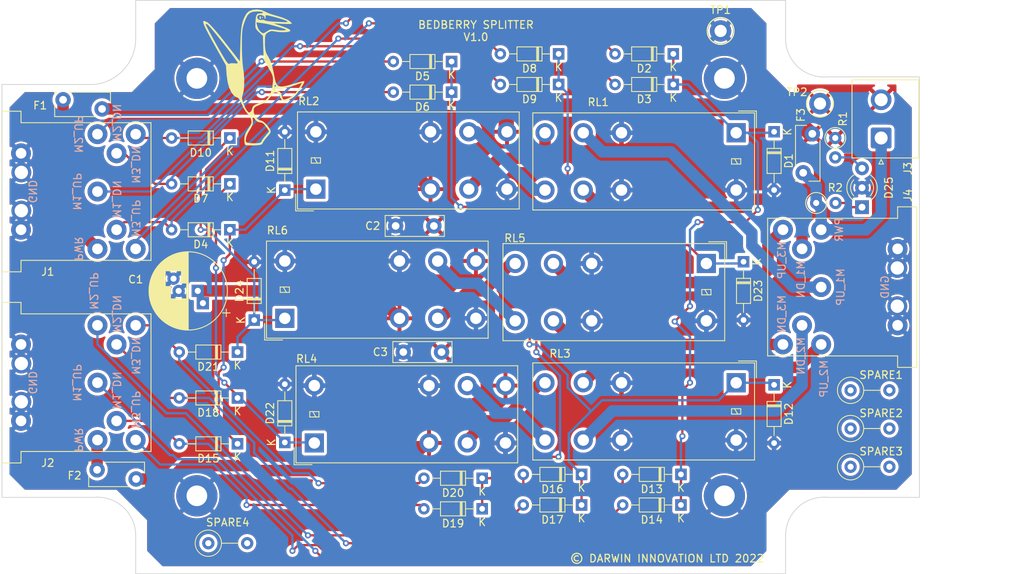
<source format=kicad_pcb>
(kicad_pcb (version 20211014) (generator pcbnew)
  (layers (0 "F.Cu" signal) (31 "B.Cu" signal) (34 "B.Paste" user) (35 "F.Paste" user) (36 "B.SilkS" user "B.Silkscreen") (37 "F.SilkS" user "F.Silkscreen") (38 "B.Mask" user) (39 "F.Mask" user) (44 "Edge.Cuts" user))
  (net 0 "")
  (net 1 "/COIL_M1_A")
  (net 2 "GND")
  (net 3 "/HS1_M1_UP")
  (net 4 "/HS1_M1_DN")
  (net 5 "/COIL_M2_A")
  (net 6 "/HS1_M2_UP")
  (net 7 "/HS1_M2_DN")
  (net 8 "/COIL_M3_A")
  (net 9 "/HS1_M3_UP")
  (net 10 "/HS1_M3_DN")
  (net 11 "/HS2_M1_UP")
  (net 12 "/HS2_M1_DN")
  (net 13 "/HS2_M2_UP")
  (net 14 "/HS2_M2_DN")
  (net 15 "/HS2_M3_UP")
  (net 16 "/HS2_M3_DN")
  (net 17 "+VDC")
  (net 18 "/HS1_PWR")
  (net 19 "/HS2_PWR")
  (net 20 "/BED_PWR")
  (net 21 "/BED_M1_UP")
  (net 22 "/BED_M1_DN")
  (net 23 "/BED_M2_UP")
  (net 24 "/BED_M2_DN")
  (net 25 "/BED_M3_UP")
  (net 26 "/BED_M3_DN")
  (net 27 "Net-(RL1-Pad4)")
  (net 28 "Net-(RL1-Pad5)")
  (net 29 "Net-(RL3-Pad4)")
  (net 30 "Net-(RL3-Pad5)")
  (net 31 "Net-(RL5-Pad4)")
  (net 32 "Net-(RL5-Pad5)")
  (net 33 "/COIL_M1_B")
  (net 34 "/COIL_M2_B")
  (net 35 "/COIL_M3_B")
  (net 36 "Net-(D25-Pad1)")
  (net 37 "Net-(D25-Pad3)")
  (footprint "Diode_THT:D_DO-34_SOD68_P7.62mm_Horizontal" (layer "F.Cu") (at 138.815 112 180)
    (fp_text reference "D13")
    (fp_text value "1N4002")
  )
  (footprint "TestPoint:TestPoint_Keystone_5005-5009_Compact" (layer "F.Cu") (at 157 63.5)
    (fp_text reference "TP2")
    (fp_text value "TestPoint")
  )
  (footprint "Fuse:Fuse_Bourns_MF-RG300" (layer "F.Cu") (at 156 67.45 -90)
    (fp_text reference "F3")
    (fp_text value "Polyfuse")
  )
  (footprint "TestPoint:TestPoint_Keystone_5005-5009_Compact" (layer "F.Cu") (at 144 54)
    (fp_text reference "TP1")
    (fp_text value "TestPoint")
  )
  (footprint "Relay_THT:Relay_DPDT_Omron_G2RL" (layer "F.Cu") (at 87 91.5875)
    (fp_text reference "RL6")
    (fp_text value "G2RL-2-ASI-DC24")
  )
  (footprint "Connector_JST:JST_NV_B02P-NV_1x02_P5.00mm_Vertical" (layer "F.Cu") (at 165 68 90)
    (fp_text reference "J3")
    (fp_text value "Screw_Terminal_01x02")
  )
  (footprint "Resistor_THT:R_Axial_DIN0207_L6.3mm_D2.5mm_P2.54mm_Vertical" (layer "F.Cu") (at 159 68 -90)
    (fp_text reference "R1")
    (fp_text value "5k6")
  )
  (footprint "Diode_THT:D_DO-34_SOD68_P7.62mm_Horizontal" (layer "F.Cu") (at 80.815 102 180)
    (fp_text reference "D18")
    (fp_text value "1N4002")
  )
  (footprint "Diode_THT:D_DO-34_SOD68_P7.62mm_Horizontal" (layer "F.Cu") (at 112.815 112.5 180)
    (fp_text reference "D20")
    (fp_text value "1N4002")
  )
  (footprint "Diode_THT:D_DO-34_SOD68_P7.62mm_Horizontal" (layer "F.Cu") (at 137.815 57 180)
    (fp_text reference "D2")
    (fp_text value "1N4002")
  )
  (footprint "Resistor_THT:R_Axial_DIN0309_L9.0mm_D3.2mm_P5.08mm_Vertical" (layer "F.Cu") (at 161 111)
    (fp_text reference "SPARE3")
    (fp_text value "R_Axial_DIN0309_L9.0mm_D3.2mm_P5.08mm_Vertical")
  )
  (footprint "wheelberry:pro-signal_DIN7_Socket" (layer "F.Cu") (at 169.655 87.5 180)
    (fp_text reference "J4")
    (fp_text value "DIN-7_with_Shield")
  )
  (footprint "Relay_THT:Relay_DPDT_Omron_G2RL" (layer "F.Cu") (at 146.0375 67.3125 180)
    (fp_text reference "RL1")
    (fp_text value "G2RL-2-ASI-DC24")
  )
  (footprint "Diode_THT:D_DO-34_SOD68_P7.62mm_Horizontal" (layer "F.Cu") (at 108.815 58 180)
    (fp_text reference "D5")
    (fp_text value "1N4002")
  )
  (footprint "Relay_THT:Relay_DPDT_Omron_G2RL" (layer "F.Cu") (at 146.0375 100.0125 180)
    (fp_text reference "RL3")
    (fp_text value "G2RL-2-ASI-DC24")
  )
  (footprint "Relay_THT:Relay_DPDT_Omron_G2RL" (layer "F.Cu") (at 91.0625 74.6875)
    (fp_text reference "RL2")
    (fp_text value "G2RL-2-ASI-DC24")
  )
  (footprint "wheelberry:darwin_innovation_logo" (layer "F.Cu") (at 83 60)
    (fp_text reference "G***" hide)
    (fp_text value "LOGO" hide)
  )
  (footprint "Diode_THT:D_DO-34_SOD68_P7.62mm_Horizontal" (layer "F.Cu") (at 79.815 68 180)
    (fp_text reference "D10")
    (fp_text value "1N4002")
  )
  (footprint "Diode_THT:D_DO-34_SOD68_P7.62mm_Horizontal" (layer "F.Cu") (at 125.815 112 180)
    (fp_text reference "D16")
    (fp_text value "1N4002")
  )
  (footprint "MountingHole:MountingHole_2.7mm_M2.5_Pad" (layer "F.Cu") (at 75.5 114.8)
    (fp_text reference "H3" hide)
    (fp_text value locked "MountingHole_Pad" hide)
  )
  (footprint "Diode_THT:D_DO-34_SOD68_P7.62mm_Horizontal" (layer "F.Cu") (at 87 107.815 90)
    (fp_text reference "D22")
    (fp_text value "1N4002")
  )
  (footprint "Diode_THT:D_DO-34_SOD68_P7.62mm_Horizontal" (layer "F.Cu") (at 122.815 61 180)
    (fp_text reference "D9")
    (fp_text value "1N4002")
  )
  (footprint "Capacitor_THT:C_Disc_D7.5mm_W2.5mm_P5.00mm" (layer "F.Cu") (at 106.5 79.5 180)
    (fp_text reference "C2")
    (fp_text value "47nF")
  )
  (footprint "Diode_THT:D_DO-34_SOD68_P7.62mm_Horizontal" (layer "F.Cu") (at 112.815 116.5 180)
    (fp_text reference "D19")
    (fp_text value "1N4002")
  )
  (footprint "Resistor_THT:R_Axial_DIN0309_L9.0mm_D3.2mm_P5.08mm_Vertical" (layer "F.Cu") (at 161 106)
    (fp_text reference "SPARE2")
    (fp_text value "R_Axial_DIN0309_L9.0mm_D3.2mm_P5.08mm_Vertical")
  )
  (footprint "Resistor_THT:R_Axial_DIN0309_L9.0mm_D3.2mm_P5.08mm_Vertical" (layer "F.Cu") (at 77 121)
    (fp_text reference "SPARE4")
    (fp_text value "R_Axial_DIN0309_L9.0mm_D3.2mm_P5.08mm_Vertical")
  )
  (footprint "Diode_THT:D_DO-34_SOD68_P7.62mm_Horizontal" (layer "F.Cu") (at 125.815 116 180)
    (fp_text reference "D17")
    (fp_text value "1N4002")
  )
  (footprint "MountingHole:MountingHole_2.7mm_M2.5_Pad" (layer "F.Cu") (at 144.5 60.2)
    (fp_text reference locked "H2" hide)
    (fp_text value "MountingHole_Pad" hide)
  )
  (footprint "Diode_THT:D_DO-34_SOD68_P7.62mm_Horizontal" (layer "F.Cu") (at 80.815 108 180)
    (fp_text reference "D15")
    (fp_text value "1N4002" hide)
  )
  (footprint "Diode_THT:D_DO-34_SOD68_P7.62mm_Horizontal" (layer "F.Cu") (at 83 91.815 90)
    (fp_text reference "D24")
    (fp_text value "1N4002")
  )
  (footprint "Diode_THT:D_DO-34_SOD68_P7.62mm_Horizontal" (layer "F.Cu") (at 122.815 57 180)
    (fp_text reference "D8")
    (fp_text value "1N4002")
  )
  (footprint "Fuse:Fuse_Bourns_MF-RG300" (layer "F.Cu") (at 67.55 112.6 180)
    (fp_text reference "F2")
    (fp_text value "Polyfuse")
  )
  (footprint "wheelberry:pro-signal_DIN7_Socket" (layer "F.Cu") (at 50 75)
    (fp_text reference "J1")
    (fp_text value "DIN-7_with_Shield")
  )
  (footprint "Diode_THT:D_DO-34_SOD68_P7.62mm_Horizontal" (layer "F.Cu") (at 138.815 116 180)
    (fp_text reference "D14")
    (fp_text value "1N4002")
  )
  (footprint "Diode_THT:D_DO-34_SOD68_P7.62mm_Horizontal" (layer "F.Cu") (at 79.815 74 180)
    (fp_text reference "D7")
    (fp_text value "1N4002")
  )
  (footprint "Diode_THT:D_DO-34_SOD68_P7.62mm_Horizontal" (layer "F.Cu") (at 147 84.185 -90)
    (fp_text reference "D23")
    (fp_text value "1N4002")
  )
  (footprint "Diode_THT:D_DO-34_SOD68_P7.62mm_Horizontal" (layer "F.Cu") (at 151 100.285 -90)
    (fp_text reference "D12")
    (fp_text value "1N4002")
  )
  (footprint "Resistor_THT:R_Axial_DIN0309_L9.0mm_D3.2mm_P5.08mm_Vertical" (layer "F.Cu") (at 161 101)
    (fp_text reference "SPARE1")
    (fp_text value "R_Axial_DIN0309_L9.0mm_D3.2mm_P5.08mm_Vertical")
  )
  (footprint "MountingHole:MountingHole_2.7mm_M2.5_Pad" (layer "F.Cu") (at 144.5 114.8)
    (fp_text reference locked "H4" hide)
    (fp_text value locked "MountingHole_Pad" hide)
  )
  (footprint "Diode_THT:D_DO-34_SOD68_P7.62mm_Horizontal" (layer "F.Cu") (at 80.815 96 180)
    (fp_text reference "D21")
    (fp_text value "1N4002")
  )
  (footprint "Diode_THT:D_DO-34_SOD68_P7.62mm_Horizontal" (layer "F.Cu") (at 79.815 80 180)
    (fp_text reference "D4")
    (fp_text value "1N4002")
  )
  (footprint "Relay_THT:Relay_DPDT_Omron_G2RL" (layer "F.Cu") (at 142.1375 84.4125 180)
    (fp_text reference "RL5")
    (fp_text value "G2RL-2-ASI-DC24")
  )
  (footprint "Fuse:Fuse_Bourns_MF-RG300" (layer "F.Cu") (at 63.1 64.2 180)
    (fp_text reference "F1")
    (fp_text value "Polyfuse")
  )
  (footprint "Capacitor_THT:C_Disc_D7.5mm_W2.5mm_P5.00mm" (layer "F.Cu") (at 107.5 96 180)
    (fp_text reference "C3")
    (fp_text value "47nF")
  )
  (footprint "Diode_THT:D_DO-34_SOD68_P7.62mm_Horizontal" (layer "F.Cu") (at 87 74.815 90)
    (fp_text reference "D11")
    (fp_text value "1N4002")
  )
  (footprint "Diode_THT:D_DO-34_SOD68_P7.62mm_Horizontal" (layer "F.Cu") (at 108.815 62 180)
    (fp_text reference "D6")
    (fp_text value "1N4002")
  )
  (footprint "Relay_THT:Relay_DPDT_Omron_G2RL" (layer "F.Cu") (at 90.8625 107.8875)
    (fp_text reference "RL4")
    (fp_text value "G2RL-2-ASI-DC24")
  )
  (footprint "wheelberry:pro-signal_DIN7_Socket" (layer "F.Cu") (at 50 100)
    (fp_text reference "J2")
    (fp_text value "DIN-7_with_Shield")
  )
  (footprint "Diode_THT:D_DO-34_SOD68_P7.62mm_Horizontal" (layer "F.Cu") (at 151 67.185 -90)
    (fp_text reference "D1")
    (fp_text value "1N4002")
  )
  (footprint "LED_THT:LED_D3.0mm-3" (layer "F.Cu") (at 162.5 77.05 90)
    (fp_text reference "D25")
    (fp_text value "LED_Dual_AKA")
  )
  (footprint "MountingHole:MountingHole_2.7mm_M2.5_Pad" (layer "F.Cu") (at 75.5 60.2)
    (fp_text reference locked "H1" hide)
    (fp_text value "MountingHole_Pad" hide)
  )
  (footprint "Diode_THT:D_DO-34_SOD68_P7.62mm_Horizontal" (layer "F.Cu") (at 137.815 61 180)
    (fp_text reference "D3")
    (fp_text value "1N4002")
  )
  (footprint "Capacitor_THT:CP_Radial_D10.0mm_P2.50mm_P5.00mm" (layer "F.Cu") (at 75.617677 88 180)
    (fp_text reference "C1")
    (fp_text value "470uF")
  )
  (footprint "Resistor_THT:R_Axial_DIN0207_L6.3mm_D2.5mm_P2.54mm_Vertical" (layer "F.Cu") (at 156.5 76.5)
    (fp_text reference "R2")
    (fp_text value "5k6")
  )
  (gr_line locked (start 67.5 120) (end 67.5 125) (layer "Edge.Cuts") (width 0.1))
  (gr_arc locked (start 158 60) (mid 154.144075 58.716517) (end 152.5 55) (layer "Edge.Cuts") (width 0.1))
  (gr_line locked (start 170 60) (end 158 60) (layer "Edge.Cuts") (width 0.1))
  (gr_line locked (start 67.5 50) (end 152.5 50) (layer "Edge.Cuts") (width 0.1))
  (gr_line locked (start 152.5 125) (end 152.5 120) (layer "Edge.Cuts") (width 0.1))
  (gr_line locked (start 50 61) (end 62 61) (layer "Edge.Cuts") (width 0.1))
  (gr_line locked (start 50 115) (end 62 115) (layer "Edge.Cuts") (width 0.1))
  (gr_line locked (start 152.5 50) (end 152.5 55) (layer "Edge.Cuts") (width 0.1))
  (gr_line locked (start 67.5 125) (end 150 125) (layer "Edge.Cuts") (width 0.1))
  (gr_line locked (start 50 61) (end 50 115) (layer "Edge.Cuts") (width 0.1))
  (gr_arc locked (start 152.5 120) (mid 154.144075 116.283483) (end 158 115) (layer "Edge.Cuts") (width 0.1))
  (gr_arc locked (start 62 115) (mid 65.855924 116.283483) (end 67.5 120) (layer "Edge.Cuts") (width 0.1))
  (gr_line locked (start 150 125) (end 152.5 125) (layer "Edge.Cuts") (width 0.1))
  (gr_line locked (start 67.5 55) (end 67.5 50) (layer "Edge.Cuts") (width 0.1))
  (gr_line locked (start 170 60) (end 170 115) (layer "Edge.Cuts") (width 0.1))
  (gr_arc locked (start 67.5 55) (mid 65.916951 59.069705) (end 62 61) (layer "Edge.Cuts") (width 0.1))
  (gr_line locked (start 170 115) (end 158 115) (layer "Edge.Cuts") (width 0.1))
  (gr_text "M3_UP" (at 67.5 103.5 270) (layer "B.SilkS") (effects (font (size 1 1)) (justify mirror)))
  (gr_text "M3_UP" (at 67.5 78.5 270) (layer "B.SilkS") (effects (font (size 1 1)) (justify mirror)))
  (gr_text "M2_DN" (at 154.5 96.5 90) (layer "B.SilkS") (effects (font (size 1 1)) (justify mirror)))
  (gr_text "GND" (at 165.5 87.5 90) (layer "B.SilkS") (effects (font (size 1 1)) (justify mirror)))
  (gr_text "M3_DN\n" (at 152 91 90) (layer "B.SilkS") (effects (font (size 1 1)) (justify mirror)))
  (gr_text "M1_UP\n\n" (at 59 75 270) (layer "B.SilkS") (effects (font (size 1 1)) (justify mirror)))
  (gr_text "M1_UP\n\n" (at 59 100 270) (layer "B.SilkS") (effects (font (size 1 1)) (justify mirror)))
  (gr_text "M2_UP" (at 62 88 270) (layer "B.SilkS") (effects (font (size 1 1)) (justify mirror)))
  (gr_text "PWR" (at 60 82.5 270) (layer "B.SilkS") (effects (font (size 1 1)) (justify mirror)))
  (gr_text "GND" (at 54 100 270) (layer "B.SilkS") (effects (font (size 1 1)) (justify mirror)))
  (gr_text "GND" (at 54 75 270) (layer "B.SilkS") (effects (font (size 1 1)) (justify mirror)))
  (gr_text "PWR" (at 159.5 80 90) (layer "B.SilkS") (effects (font (size 1 1)) (justify mirror)))
  (gr_text "M1_UP\n\n" (at 160.5 87.5 90) (layer "B.SilkS") (effects (font (size 1 1)) (justify mirror)))
  (gr_text "PWR" (at 60 107.5 270) (layer "B.SilkS") (effects (font (size 1 1)) (justify mirror)))
  (gr_text "M1_DN\n" (at 154.5 86.5 90) (layer "B.SilkS") (effects (font (size 1 1)) (justify mirror)))
  (gr_text "M2_UP" (at 157.5 99.5 90) (layer "B.SilkS") (effects (font (size 1 1)) (justify mirror)))
  (gr_text "M3_DN\n" (at 67.5 96.5 270) (layer "B.SilkS") (effects (font (size 1 1)) (justify mirror)))
  (gr_text "M3_UP" (at 152 84 90) (layer "B.SilkS") (effects (font (size 1 1)) (justify mirror)))
  (gr_text "M2_UP" (at 60 67.5 270) (layer "B.SilkS") (effects (font (size 1 1)) (justify mirror)))
  (gr_text "M1_DN\n" (at 65 101 270) (layer "B.SilkS") (effects (font (size 1 1)) (justify mirror)))
  (gr_text "M2_DN" (at 65 66 270) (layer "B.SilkS") (effects (font (size 1 1)) (justify mirror)))
  (gr_text "M3_DN\n" (at 67.5 71.5 270) (layer "B.SilkS") (effects (font (size 1 1)) (justify mirror)))
  (gr_text "M1_DN\n" (at 65 76 270) (layer "B.SilkS") (effects (font (size 1 1)) (justify mirror)))
  (gr_text "M2_DN" (at 65 91 270) (layer "B.SilkS") (effects (font (size 1 1)) (justify mirror)))
  (gr_text "BEDBERRY SPLITTER\nV1.0" (at 112 54) (layer "F.SilkS") (effects (font (size 1 1))))
  (gr_text "© DARWIN INNOVATION LTD 2022" (at 137 123) (layer "F.SilkS") (effects (font (size 1 1))))
  (segment (start 79 84) (end 79.815 83.185) (width 0.3) (layer "F.Cu") (net 1))
  (segment (start 78.3505 105.5355) (end 78.3505 98.6495) (width 0.3) (layer "F.Cu") (net 1))
  (segment (start 79.815 83.185) (end 79.815 80) (width 0.3) (layer "F.Cu") (net 1))
  (segment (start 78.3505 98.6495) (end 79 98) (width 0.3) (layer "F.Cu") (net 1))
  (segment (start 80.815 108) (end 78.3505 105.5355) (width 0.3) (layer "F.Cu") (net 1))
  (via (at 79 84) (size 0.8) (drill 0.4) (layers "F.Cu" "B.Cu") (net 1))
  (via (at 79 98) (size 0.8) (drill 0.4) (layers "F.Cu" "B.Cu") (net 1))
  (segment (start 87.1275 74.6875) (end 87 74.815) (width 0.3) (layer "B.Cu") (net 1))
  (segment (start 91.0625 74.6875) (end 87.1275 74.6875) (width 0.3) (layer "B.Cu") (net 1))
  (segment (start 81.815 80) (end 87 74.815) (width 0.3) (layer "B.Cu") (net 1))
  (segment (start 79.815 80) (end 81.815 80) (width 0.3) (layer "B.Cu") (net 1))
  (segment (start 79 84) (end 79 98) (width 0.3) (layer "B.Cu") (net 1))
  (segment (start 130.195 57) (end 125.195 52) (width 0.3) (layer "F.Cu") (net 3))
  (segment (start 125.195 52) (end 96 52) (width 0.3) (layer "F.Cu") (net 3))
  (segment (start 96 52) (end 95 53) (width 0.3) (layer "F.Cu") (net 3))
  (via (at 95 53) (size 0.8) (drill 0.4) (layers "F.Cu" "B.Cu") (net 3))
  (segment (start 85.75 61.25) (end 94 53) (width 0.3) (layer "B.Cu") (net 3))
  (segment (start 76.206901 68.499501) (end 83.456402 61.25) (width 0.3) (layer "B.Cu") (net 3))
  (segment (start 69.427234 75) (end 75.927733 68.499501) (width 0.3) (layer "B.Cu") (net 3))
  (segment (start 62.5 75) (end 69.427234 75) (width 0.3) (layer "B.Cu") (net 3))
  (segment (start 83.456402 61.25) (end 85.75 61.25) (width 0.3) (layer "B.Cu") (net 3))
  (segment (start 94 53) (end 95 53) (width 0.3) (layer "B.Cu") (net 3))
  (segment (start 75.927733 68.499501) (end 76.206901 68.499501) (width 0.3) (layer "B.Cu") (net 3))
  (segment (start 71.195 79) (end 72.195 80) (width 0.3) (layer "F.Cu") (net 4))
  (segment (start 66 79) (end 71.195 79) (width 0.3) (layer "F.Cu") (net 4))
  (segment (start 65 80) (end 66 79) (width 0.3) (layer "F.Cu") (net 4))
  (segment (start 122.195 53) (end 130.195 61) (width 0.3) (layer "F.Cu") (net 4))
  (segment (start 98 53) (end 122.195 53) (width 0.3) (layer "F.Cu") (net 4))
  (via (at 98 53) (size 0.8) (drill 0.4) (layers "F.Cu" "B.Cu") (net 4))
  (segment (start 72.195 80) (end 72.195 78.805) (width 0.3) (layer "B.Cu") (net 4))
  (segment (start 72.195 78.805) (end 98 53) (width 0.3) (layer "B.Cu") (net 4))
  (segment (start 78 75.815) (end 78 85) (width 0.3) (layer "F.Cu") (net 5))
  (segment (start 80.815 102) (end 80.815 101.715) (width 0.3) (layer "F.Cu") (net 5))
  (segment (start 79.815 74) (end 78 75.815) (width 0.3) (layer "F.Cu") (net 5))
  (segment (start 80.815 101.715) (end 79.1 100) (width 0.3) (layer "F.Cu") (net 5))
  (via (at 78 85) (size 0.8) (drill 0.4) (layers "F.Cu" "B.Cu") (net 5))
  (via (at 79.1 100) (size 0.8) (drill 0.4) (layers "F.Cu" "B.Cu") (net 5))
  (segment (start 78 98.9) (end 79.1 100) (width 0.3) (layer "B.Cu") (net 5))
  (segment (start 90.79 107.815) (end 90.8625 107.8875) (width 0.3) (layer "B.Cu") (net 5))
  (segment (start 80.815 102) (end 81.185 102) (width 0.3) (layer "B.Cu") (net 5))
  (segment (start 87 107.815) (end 90.79 107.815) (width 0.3) (layer "B.Cu") (net 5))
  (segment (start 81.185 102) (end 87 107.815) (width 0.3) (layer "B.Cu") (net 5))
  (segment (start 78 85) (end 78 98.9) (width 0.3) (layer "B.Cu") (net 5))
  (segment (start 84 58) (end 83.970023 57.970023) (width 0.3) (layer "F.Cu") (net 6))
  (segment (start 101.195 58) (end 84 58) (width 0.3) (layer "F.Cu") (net 6))
  (via (at 83.970023 57.970023) (size 0.8) (drill 0.4) (layers "F.Cu" "B.Cu") (net 6))
  (segment (start 62.5 67.5) (end 65 65) (width 0.3) (layer "B.Cu") (net 6))
  (segment (start 65 65) (end 76.940046 65) (width 0.3) (layer "B.Cu") (net 6))
  (segment (start 76.940046 65) (end 83.970023 57.970023) (width 0.3) (layer "B.Cu") (net 6))
  (segment (start 70 74) (end 72.195 74) (width 0.3) (layer "F.Cu") (net 7))
  (segment (start 84 62) (end 101.195 62) (width 0.3) (layer "F.Cu") (net 7))
  (segment (start 66 70) (end 70 74) (width 0.3) (layer "F.Cu") (net 7))
  (segment (start 65 70) (end 66 70) (width 0.3) (layer "F.Cu") (net 7))
  (via (at 84 62) (size 0.8) (drill 0.4) (layers "F.Cu" "B.Cu") (net 7))
  (segment (start 83.412804 62) (end 84 62) (width 0.3) (layer "B.Cu") (net 7))
  (segment (start 72.195 73.217804) (end 83.412804 62) (width 0.3) (layer "B.Cu") (net 7))
  (segment (start 72.195 74) (end 72.195 73.217804) (width 0.3) (layer "B.Cu") (net 7))
  (segment (start 79.815 68) (end 76 71.815) (width 0.3) (layer "F.Cu") (net 8))
  (segment (start 76 71.815) (end 76 80) (width 0.3) (layer "F.Cu") (net 8))
  (via (at 76 80) (size 0.8) (drill 0.4) (layers "F.Cu" "B.Cu") (net 8))
  (segment (start 83 91.815) (end 86.7725 91.815) (width 0.3) (layer "B.Cu") (net 8))
  (segment (start 86.7725 91.815) (end 87 91.5875) (width 0.3) (layer "B.Cu") (net 8))
  (segment (start 83 86.040734) (end 76.959266 80) (width 0.3) (layer "B.Cu") (net 8))
  (segment (start 76.959266 80) (end 76 80) (width 0.3) (layer "B.Cu") (net 8))
  (segment (start 80.815 96) (end 80.815 94) (width 0.3) (layer "B.Cu") (net 8))
  (segment (start 80.815 94) (end 83 91.815) (width 0.3) (layer "B.Cu") (net 8))
  (segment (start 83 91.815) (end 83 86.040734) (width 0.3) (layer "B.Cu") (net 8))
  (segment (start 113.195 55) (end 94 55) (width 0.3) (layer "F.Cu") (net 9))
  (segment (start 115.195 57) (end 113.195 55) (width 0.3) (layer "F.Cu") (net 9))
  (via (at 94 55) (size 0.8) (drill 0.4) (layers "F.Cu" "B.Cu") (net 9))
  (segment (start 80.915 69.1) (end 80.915 68.085) (width 0.3) (layer "B.Cu") (net 9))
  (segment (start 79.9 69.1) (end 80.915 69.1) (width 0.3) (layer "B.Cu") (net 9))
  (segment (start 80.915 68.085) (end 94 55) (width 0.3) (layer "B.Cu") (net 9))
  (segment (start 67.5 81.5) (end 79.9 69.1) (width 0.3) (layer "B.Cu") (net 9))
  (segment (start 67.5 82.5) (end 67.5 81.5) (width 0.3) (layer "B.Cu") (net 9))
  (segment (start 67.5 67.5) (end 68 68) (width 0.3) (layer "F.Cu") (net 10))
  (segment (start 115.195 61) (end 110.195 56) (width 0.3) (layer "F.Cu") (net 10))
  (segment (start 110.195 56) (end 89 56) (width 0.3) (layer "F.Cu") (net 10))
  (segment (start 68 68) (end 72.195 68) (width 0.3) (layer "F.Cu") (net 10))
  (via (at 89 56) (size 0.8) (drill 0.4) (layers "F.Cu" "B.Cu") (net 10))
  (segment (start 76 68) (end 88 56) (width 0.3) (layer "B.Cu") (net 10))
  (segment (start 88 56) (end 89 56) (width 0.3) (layer "B.Cu") (net 10))
  (segment (start 72.195 68) (end 76 68) (width 0.3) (layer "B.Cu") (net 10))
  (segment (start 92.059954 122) (end 122.25566 122) (width 0.3) (layer "F.Cu") (net 11))
  (segment (start 122.25566 122) (end 131.195 113.06066) (width 0.3) (layer "F.Cu") (net 11))
  (segment (start 91.310454 121.2505) (end 92.059954 122) (width 0.3) (layer "F.Cu") (net 11))
  (segment (start 131.195 113.06066) (end 131.195 112) (width 0.3) (layer "F.Cu") (net 11))
  (segment (start 88 122) (end 88.7495 121.2505) (width 0.3) (layer "F.Cu") (net 11))
  (segment (start 88.7495 121.2505) (end 91.310454 121.2505) (width 0.3) (layer "F.Cu") (net 11))
  (via (at 88 122) (size 0.8) (drill 0.4) (layers "F.Cu" "B.Cu") (net 11))
  (segment (start 88 122) (end 88 120) (width 0.3) (layer "B.Cu") (net 11))
  (segment (start 72.907943 110) (end 72.402943 109.495) (width 0.3) (layer "B.Cu") (net 11))
  (segment (start 71.995 109.495) (end 62.5 100) (width 0.3) (layer "B.Cu") (net 11))
  (segment (start 78 110) (end 72.907943 110) (width 0.3) (layer "B.Cu") (net 11))
  (segment (start 88 120) (end 78 110) (width 0.3) (layer "B.Cu") (net 11))
  (segment (start 72.402943 109.495) (end 71.995 109.495) (width 0.3) (layer "B.Cu") (net 11))
  (segment (start 65 105) (end 70.195 105) (width 0.3) (layer "F.Cu") (net 12))
  (segment (start 70.195 105) (end 73.195 108) (width 0.3) (layer "F.Cu") (net 12))
  (segment (start 124.195 123) (end 92 123) (width 0.3) (layer "F.Cu") (net 12))
  (segment (start 131.195 116) (end 124.195 123) (width 0.3) (layer "F.Cu") (net 12))
  (segment (start 92 123) (end 91 122) (width 0.3) (layer "F.Cu") (net 12))
  (via (at 91 122) (size 0.8) (drill 0.4) (layers "F.Cu" "B.Cu") (net 12))
  (segment (start 73.195 108) (end 77 108) (width 0.3) (layer "B.Cu") (net 12))
  (segment (start 77 108) (end 91 122) (width 0.3) (layer "B.Cu") (net 12))
  (segment (start 118.195 112) (end 118.195 113.805) (width 0.3) (layer "F.Cu") (net 13))
  (segment (start 112.029977 119.970023) (end 90.029977 119.970023) (width 0.3) (layer "F.Cu") (net 13))
  (segment (start 118.195 113.805) (end 112.029977 119.970023) (width 0.3) (layer "F.Cu") (net 13))
  (via (at 90.029977 119.970023) (size 0.8) (drill 0.4) (layers "F.Cu" "B.Cu") (net 13))
  (segment (start 62.5 92.5) (end 62.5 94.974874) (width 0.3) (layer "B.Cu") (net 13))
  (segment (start 62.5 94.974874) (end 71.525126 104) (width 0.3) (layer "B.Cu") (net 13))
  (segment (start 74.059954 104) (end 90.029977 119.970023) (width 0.3) (layer "B.Cu") (net 13))
  (segment (start 71.525126 104) (end 74.059954 104) (width 0.3) (layer "B.Cu") (net 13))
  (segment (start 113.195 121) (end 118.195 116) (width 0.3) (layer "F.Cu") (net 14))
  (segment (start 72 102) (end 73.195 102) (width 0.3) (layer "F.Cu") (net 14))
  (segment (start 65 95) (end 72 102) (width 0.3) (layer "F.Cu") (net 14))
  (segment (start 95 121) (end 113.195 121) (width 0.3) (layer "F.Cu") (net 14))
  (via (at 95 121) (size 0.8) (drill 0.4) (layers "F.Cu" "B.Cu") (net 14))
  (segment (start 87.85 113.85) (end 87.647918 113.85) (width 0.3) (layer "B.Cu") (net 14))
  (segment (start 87.647918 113.85) (end 83 109.202082) (width 0.3) (layer "B.Cu") (net 14))
  (segment (start 77.14439 102) (end 73.195 102) (width 0.3) (layer "B.Cu") (net 14))
  (segment (start 83 107.85561) (end 77.14439 102) (width 0.3) (layer "B.Cu") (net 14))
  (segment (start 83 109.202082) (end 83 107.85561) (width 0.3) (layer "B.Cu") (net 14))
  (segment (start 95 121) (end 87.85 113.85) (width 0.3) (layer "B.Cu") (net 14))
  (segment (start 82 116) (end 104.695 116) (width 0.3) (layer "F.Cu") (net 15))
  (segment (start 104.695 116) (end 105.195 116.5) (width 0.3) (layer "F.Cu") (net 15))
  (via (at 82 116) (size 0.8) (drill 0.4) (layers "F.Cu" "B.Cu") (net 15))
  (segment (start 70.7 110.7) (end 67.5 107.5) (width 0.3) (layer "B.Cu") (net 15))
  (segment (start 82 114.98995) (end 77.71005 110.7) (width 0.3) (layer "B.Cu") (net 15))
  (segment (start 77.71005 110.7) (end 70.7 110.7) (width 0.3) (layer "B.Cu") (net 15))
  (segment (start 82 116) (end 82 114.98995) (width 0.3) (layer "B.Cu") (net 15))
  (segment (start 104.5455 113.1495) (end 91.413236 113.1495) (width 0.3) (layer "F.Cu") (net 16))
  (segment (start 105.195 112.5) (end 104.5455 113.1495) (width 0.3) (layer "F.Cu") (net 16))
  (segment (start 69.695 92.5) (end 73.195 96) (width 0.3) (layer "F.Cu") (net 16))
  (segment (start 67.5 92.5) (end 69.695 92.5) (width 0.3) (layer "F.Cu") (net 16))
  (via (at 91.413236 113.1495) (size 0.8) (drill 0.4) (layers "F.Cu" "B.Cu") (net 16))
  (segment (start 87.98484 111.8505) (end 90.114236 111.8505) (width 0.3) (layer "B.Cu") (net 16))
  (segment (start 73.195 97.06066) (end 87.98484 111.8505) (width 0.3) (layer "B.Cu") (net 16))
  (segment (start 73.195 96) (end 73.195 97.06066) (width 0.3) (layer "B.Cu") (net 16))
  (segment (start 90.114236 111.8505) (end 91.413236 113.1495) (width 0.3) (layer "B.Cu") (net 16))
  (segment (start 95.575 64.2) (end 63.1 64.2) (width 1.5) (layer "F.Cu") (net 17))
  (segment (start 142.405908 64.15) (end 142.068907 63.812999) (width 1.5) (layer "F.Cu") (net 17))
  (segment (start 105.425 108) (end 105.925 108) (width 1.5) (layer "F.Cu") (net 17))
  (segment (start 156 67.45) (end 155.775 67.45) (width 2) (layer "F.Cu") (net 17))
  (segment (start 115.9625 65.419734) (end 115.9625 67.1875) (width 2) (layer "F.Cu") (net 17))
  (segment (start 152.475 64.15) (end 142.405908 64.15) (width 2) (layer "F.Cu") (net 17))
  (segment (start 106.0625 74.6875) (end 95.575 64.2) (width 1.5) (layer "F.Cu") (net 17))
  (segment (start 67.55 112.6) (end 72.113856 112.6) (width 1.5) (layer "F.Cu") (net 17))
  (segment (start 98.375 88) (end 75.617677 88) (width 1.5) (layer "F.Cu") (net 17))
  (segment (start 83.5 111.5) (end 101.925 111.5) (width 1.5) (layer "F.Cu") (net 17))
  (segment (start 72.113856 112.6) (end 73.863856 110.85) (width 1.5) (layer "F.Cu") (net 17))
  (segment (start 155.775 67.45) (end 152.475 64.15) (width 2) (layer "F.Cu") (net 17))
  (segment (start 101.9625 91.5875) (end 98.375 88) (width 1.5) (layer "F.Cu") (net 17))
  (segment (start 82.85 110.85) (end 83.5 111.5) (width 1.5) (layer "F.Cu") (net 17))
  (segment (start 101.925 111.5) (end 105.425 108) (width 1.5) (layer "F.Cu") (net 17))
  (segment (start 117.569235 63.812999) (end 115.9625 65.419734) (width 2) (layer "F.Cu") (net 17))
  (segment (start 73.863856 110.85) (end 82.85 110.85) (width 1.5) (layer "F.Cu") (net 17))
  (segment (start 142.068907 63.812999) (end 117.569235 63.812999) (width 2) (layer "F.Cu") (net 17))
  (segment (start 58 78) (end 62.5 82.5) (width 1.5) (layer "F.Cu") (net 18))
  (segment (start 58 63) (end 58 78) (width 1.5) (layer "F.Cu") (net 18))
  (segment (start 62.45 111.4) (end 62.45 107.55) (width 1.5) (layer "F.Cu") (net 19))
  (segment (start 62.45 107.55) (end 62.5 107.5) (width 1.5) (layer "F.Cu") (net 19))
  (segment (start 156.5 74.25) (end 154.8 72.55) (width 1.5) (layer "B.Cu") (net 20))
  (segment (start 165 68) (end 165 78) (width 1.5) (layer "B.Cu") (net 20))
  (segment (start 156.5 76.5) (end 156.5 74.25) (width 1.5) (layer "B.Cu") (net 20))
  (segment (start 157.155 80) (end 157.155 77.155) (width 1.5) (layer "B.Cu") (net 20))
  (segment (start 157.155 77.155) (end 156.5 76.5) (width 1.5) (layer "B.Cu") (net 20))
  (segment (start 165 78) (end 163 80) (width 1.5) (layer "B.Cu") (net 20))
  (segment (start 163 80) (end 157.155 80) (width 1.5) (layer "B.Cu") (net 20))
  (segment (start 148.089466 82.089466) (end 153.5 87.5) (width 1.5) (layer "B.Cu") (net 21))
  (segment (start 137.501966 69.8125) (end 148.089466 80.4) (width 1.5) (layer "B.Cu") (net 21))
  (segment (start 128.5375 69.8125) (end 137.501966 69.8125) (width 1.5) (layer "B.Cu") (net 21))
  (segment (start 148.089466 80.4) (end 148.089466 82.089466) (width 1.5) (layer "B.Cu") (net 21))
  (segment (start 126.0375 67.3125) (end 128.5375 69.8125) (width 1.5) (layer "B.Cu") (net 21))
  (segment (start 153.5 87.5) (end 157.155 87.5) (width 1.5) (layer "B.Cu") (net 21))
  (segment (start 150.275126 76.555) (end 149.720126 76) (width 1.5) (layer "F.Cu") (net 22))
  (segment (start 146.969481 77.0625) (end 128.2875 77.0625) (width 1.5) (layer "F.Cu") (net 22))
  (segment (start 148.031981 76) (end 146.969481 77.0625) (width 1.5) (layer "F.Cu") (net 22))
  (segment (start 149.720126 76) (end 148.031981 76) (width 1.5) (layer "F.Cu") (net 22))
  (segment (start 154.655 78.655) (end 152.555 76.555) (width 1.5) (layer "F.Cu") (net 22))
  (segment (start 152.555 76.555) (end 150.275126 76.555) (width 1.5) (layer "F.Cu") (net 22))
  (segment (start 128.2875 77.0625) (end 126.0375 74.8125) (width 1.5) (layer "F.Cu") (net 22))
  (segment (start 154.655 82.5) (end 154.655 78.655) (width 1.5) (layer "F.Cu") (net 22))
  (segment (start 149 97) (end 150 98) (width 1.5) (layer "F.Cu") (net 23))
  (segment (start 150 98) (end 154.155 98) (width 1.5) (layer "F.Cu") (net 23))
  (segment (start 154.155 98) (end 157.155 95) (width 1.5) (layer "F.Cu") (net 23))
  (segment (start 129.05 97) (end 149 97) (width 1.5) (layer "F.Cu") (net 23))
  (segment (start 126.0375 100.0125) (end 129.05 97) (width 1.5) (layer "F.Cu") (net 23))
  (segment (start 154.655 92.5) (end 154.655 100.345) (width 1.5) (layer "B.Cu") (net 24))
  (segment (start 129.85 103.7) (end 126.0375 107.5125) (width 1.5) (layer "B.Cu") (net 24))
  (segment (start 154.655 100.345) (end 151.3 103.7) (width 1.5) (layer "B.Cu") (net 24))
  (segment (start 151.3 103.7) (end 129.85 103.7) (width 1.5) (layer "B.Cu") (net 24))
  (segment (start 124.6375 86.9125) (end 148.5875 86.9125) (width 1.5) (layer "F.Cu") (net 25))
  (segment (start 148.5875 86.9125) (end 150.2 85.3) (width 1.5) (layer "F.Cu") (net 25))
  (segment (start 150.2 81.955) (end 152.155 80) (width 1.5) (layer "F.Cu") (net 25))
  (segment (start 122.1375 84.4125) (end 124.6375 86.9125) (width 1.5) (layer "F.Cu") (net 25))
  (segment (start 150.2 85.3) (end 150.2 81.955) (width 1.5) (layer "F.Cu") (net 25))
  (segment (start 122.1375 91.9125) (end 125.225 95) (width 1.5) (layer "F.Cu") (net 26))
  (segment (start 125.225 95) (end 152.155 95) (width 1.5) (layer "F.Cu") (net 26))
  (segment (start 121.0375 69.080266) (end 121.0375 67.3125) (width 1.5) (layer "F.Cu") (net 27))
  (segment (start 110.9625 74.6875) (end 115.0005 70.6495) (width 1.5) (layer "F.Cu") (net 27))
  (segment (start 119.468266 70.6495) (end 121.0375 69.080266) (width 1.5) (layer "F.Cu") (net 27))
  (segment (start 115.0005 70.6495) (end 119.468266 70.6495) (width 1.5) (layer "F.Cu") (net 27))
  (segment (start 112.066886 67.1875) (end 119.691886 74.8125) (width 1.5) (layer "B.Cu") (net 28))
  (segment (start 110.9625 67.1875) (end 112.066886 67.1875) (width 1.5) (layer "B.Cu") (net 28))
  (segment (start 119.691886 74.8125) (end 121.0375 74.8125) (width 1.5) (layer "B.Cu") (net 28))
  (segment (start 110.925 108) (end 110.925 107.5) (width 1.5) (layer "F.Cu") (net 29))
  (segment (start 115.5 105) (end 120.5 100) (width 1.5) (layer "F.Cu") (net 29))
  (segment (start 110.925 107.5) (end 113.425 105) (width 1.5) (layer "F.Cu") (net 29))
  (segment (start 113.425 105) (end 115.5 105) (width 1.5) (layer "F.Cu") (net 29))
  (segment (start 117.5 104) (end 121 107.5) (width 1.5) (layer "B.Cu") (net 30))
  (segment (start 114.5 104) (end 117.5 104) (width 1.5) (layer "B.Cu") (net 30))
  (segment (start 110.925 100.5) (end 111.425 100.5) (width 1.5) (layer "B.Cu") (net 30))
  (segment (start 111.425 100.5) (end 114.5 103.575) (width 1.5) (layer "B.Cu") (net 30))
  (segment (start 114.5 103.575) (end 114.5 104) (width 1.5) (layer "B.Cu") (net 30))
  (segment (start 111 88) (end 113 88) (width 1.5) (layer "F.Cu") (net 31))
  (segment (start 113 88) (end 116.6875 84.3125) (width 1.5) (layer "F.Cu") (net 31))
  (segment (start 107.5 91.5) (end 111 88) (width 1.5) (layer "F.Cu") (net 31))
  (segment (start 116.6875 84.3125) (end 117.0375 84.3125) (width 1.5) (layer "F.Cu") (net 31))
  (segment (start 107 91.5) (end 107.5 91.5) (width 1.5) (layer "F.Cu") (net 31))
  (segment (start 112.225 87) (end 117.0375 91.8125) (width 1.5) (layer "B.Cu") (net 32))
  (segment (start 109.5 87) (end 112.225 87) (width 1.5) (layer "B.Cu") (net 32))
  (segment (start 107 84) (end 107 84.5) (width 1.5) (layer "B.Cu") (net 32))
  (segment (start 107 84.5) (end 109.5 87) (width 1.5) (layer "B.Cu") (net 32))
  (segment (start 139 101) (end 140 100) (width 0.3) (layer "F.Cu") (net 33))
  (segment (start 139 107) (end 139 101) (width 0.3) (layer "F.Cu") (net 33))
  (segment (start 147.275553 79) (end 148.876053 77.3995) (width 0.3) (layer "F.Cu") (net 33))
  (segment (start 140 90) (end 138 92) (width 0.3) (layer "F.Cu") (net 33))
  (segment (start 141 79) (end 147.275553 79) (width 0.3) (layer "F.Cu") (net 33))
  (segment (start 137.815 57) (end 137.815 61) (width 0.3) (layer "F.Cu") (net 33))
  (segment (start 138.815 116) (end 138.815 112) (width 0.3) (layer "F.Cu") (net 33))
  (via (at 140 90) (size 0.8) (drill 0.4) (layers "F.Cu" "B.Cu") (net 33))
  (via (at 140 100) (size 0.8) (drill 0.4) (layers "F.Cu" "B.Cu") (net 33))
  (via (at 138 92) (size 0.8) (drill 0.4) (layers "F.Cu" "B.Cu") (net 33))
  (via (at 148.876053 77.3995) (size 0.8) (drill 0.4) (layers "F.Cu" "B.Cu") (net 33))
  (via (at 141 79) (size 0.8) (drill 0.4) (layers "F.Cu" "B.Cu") (net 33))
  (via (at 139 107) (size 0.8) (drill 0.4) (layers "F.Cu" "B.Cu") (net 33))
  (segment (start 140 94) (end 138 92) (width 0.3) (layer "B.Cu") (net 33))
  (segment (start 138.815 107.185) (end 139 107) (width 0.3) (layer "B.Cu") (net 33))
  (segment (start 140 80) (end 140 90) (width 0.3) (layer "B.Cu") (net 33))
  (segment (start 140 100) (end 140 94) (width 0.3) (layer "B.Cu") (net 33))
  (segment (start 146.0375 67.3125) (end 147.5875 67.3125) (width 0.3) (layer "B.Cu") (net 33))
  (segment (start 137.815 61) (end 139.725 61) (width 0.3) (layer "B.Cu") (net 33))
  (segment (start 146.0375 67.3125) (end 150.8725 67.3125) (width 0.3) (layer "B.Cu") (net 33))
  (segment (start 138.815 112) (end 138.815 107.185) (width 0.3) (layer "B.Cu") (net 33))
  (segment (start 141 79) (end 140 80) (width 0.3) (layer "B.Cu") (net 33))
  (segment (start 139.725 61) (end 146.0375 67.3125) (width 0.3) (layer "B.Cu") (net 33))
  (segment (start 150.8725 67.3125) (end 151 67.185) (width 0.3) (layer "B.Cu") (net 33))
  (segment (start 148.876053 68.601053) (end 148.876053 77.3995) (width 0.3) (layer "B.Cu") (net 33))
  (segment (start 147.5875 67.3125) (end 148.876053 68.601053) (width 0.3) (layer "B.Cu") (net 33))
  (segment (start 119.0375 83.625494) (end 119.0375 94.9625) (width 0.3) (layer "F.Cu") (net 34))
  (segment (start 119.0375 94.9625) (end 119 95) (width 0.3) (layer "F.Cu") (net 34))
  (segment (start 110 77) (end 112.412006 77) (width 0.3) (layer "F.Cu") (net 34))
  (segment (start 112.412006 77) (end 119.0375 83.625494) (width 0.3) (layer "F.Cu") (net 34))
  (segment (start 125.815 116) (end 125.815 112) (width 0.3) (layer "F.Cu") (net 34))
  (via (at 119 95) (size 0.8) (drill 0.4) (layers "F.Cu" "B.Cu") (net 34))
  (via (at 110 77) (size 0.8) (drill 0.4) (layers "F.Cu" "B.Cu") (net 34))
  (segment (start 128.5 102.3) (end 143.75 102.3) (width 0.3) (layer "B.Cu") (net 34))
  (segment (start 143.75 102.3) (end 146.0375 100.0125) (width 0.3) (layer "B.Cu") (net 34))
  (segment (start 126.9 103.9) (end 128.5 102.3) (width 0.3) (layer "B.Cu") (net 34))
  (segment (start 125.815 112) (end 124.1375 110.3225) (width 0.3) (layer "B.Cu") (net 34))
  (segment (start 119 95) (end 120 95) (width 0.3) (layer "B.Cu") (net 34))
  (segment (start 126.9 103.562006) (end 126.9 103.9) (width 0.3) (layer "B.Cu") (net 34))
  (segment (start 124.1375 110.3225) (end 124.1375 106.6625) (width 0.3) (layer "B.Cu") (net 34))
  (segment (start 150.7275 100.0125) (end 151 100.285) (width 0.3) (layer "B.Cu") (net 34))
  (segment (start 108.815 75.815) (end 110 77) (width 0.3) (layer "B.Cu") (net 34))
  (segment (start 108.815 62) (end 108.815 75.815) (width 0.3) (layer "B.Cu") (net 34))
  (segment (start 124 99) (end 124 100.662006) (width 0.3) (layer "B.Cu") (net 34))
  (segment (start 124.1375 106.6625) (end 126.9 103.9) (width 0.3) (layer "B.Cu") (net 34))
  (segment (start 120 95) (end 124 99) (width 0.3) (layer "B.Cu") (net 34))
  (segment (start 146.0375 100.0125) (end 150.7275 100.0125) (width 0.3) (layer "B.Cu") (net 34))
  (segment (start 108.815 58) (end 108.815 62) (width 0.3) (layer "B.Cu") (net 34))
  (segment (start 124 100.662006) (end 126.9 103.562006) (width 0.3) (layer "B.Cu") (net 34))
  (segment (start 139.725 82) (end 142.1375 84.4125) (width 0.3) (layer "F.Cu") (net 35))
  (segment (start 126 82) (end 139.725 82) (width 0.3) (layer "F.Cu") (net 35))
  (segment (start 116.737006 109.7) (end 122.8 109.7) (width 0.3) (layer "F.Cu") (net 35))
  (segment (start 112.815 116.5) (end 112.815 112.5) (width 0.3) (layer "F.Cu") (net 35))
  (segment (start 126 82) (end 124 80) (width 0.3) (layer "F.Cu") (net 35))
  (segment (start 121.6 82) (end 119.9 83.7) (width 0.3) (layer "F.Cu") (net 35))
  (segment (start 124 80) (end 124 72) (width 0.3) (layer "F.Cu") (net 35))
  (segment (start 112.815 112.5) (end 113.937006 112.5) (width 0.3) (layer "F.Cu") (net 35))
  (segment (start 126 82) (end 121.6 82) (width 0.3) (layer "F.Cu") (net 35))
  (segment (start 113.937006 112.5) (end 116.737006 109.7) (width 0.3) (layer "F.Cu") (net 35))
  (segment (start 119.9 83.7) (end 119.9 96) (width 0.3) (layer "F.Cu") (net 35))
  (via (at 124 72) (size 0.8) (drill 0.4) (layers "F.Cu" "B.Cu") (net 35))
  (via (at 122.8 109.7) (size 0.8) (drill 0.4) (layers "F.Cu" "B.Cu") (net 35))
  (via (at 119.9 96) (size 0.8) (drill 0.4) (layers "F.Cu" "B.Cu") (net 35))
  (segment (start 123 99.1) (end 119.9 96) (width 0.3) (layer "B.Cu") (net 35))
  (segment (start 122.815 57) (end 122.815 61) (width 0.3) (layer "B.Cu") (net 35))
  (segment (start 146.7725 84.4125) (end 147 84.185) (width 0.3) (layer "B.Cu") (net 35))
  (segment (start 124 62.185) (end 124 72) (width 0.3) (layer "B.Cu") (net 35))
  (segment (start 123 109.5) (end 123 99.1) (width 0.3) (layer "B.Cu") (net 35))
  (segment (start 122.8 109.7) (end 123 109.5) (width 0.3) (layer "B.Cu") (net 35))
  (segment (start 122.815 61) (end 124 62.185) (width 0.3) (layer "B.Cu") (net 35))
  (segment (start 142.1375 84.4125) (end 146.7725 84.4125) (width 0.3) (layer "B.Cu") (net 35))
  (segment (start 160.5 76.5) (end 161.05 77.05) (width 0.3) (layer "F.Cu") (net 36))
  (segment (start 159.04 76.5) (end 160.5 76.5) (width 0.3) (layer "F.Cu") (net 36))
  (segment (start 161.05 77.05) (end 162.5 77.05) (width 0.3) (layer "F.Cu") (net 36))
  (segment (start 161.07 70.54) (end 162.5 71.97) (width 0.3) (layer "B.Cu") (net 37))
  (segment (start 159 70.54) (end 161.07 70.54) (width 0.3) (layer "B.Cu") (net 37))
  (zone (net 17) (net_name "+VDC") (layer "F.Cu") (priority 1) (connect_pads (clearance 0.508)) (min_thickness 0.254) (fill yes (thermal_gap 0.6) (thermal_bridge_width 0.508))
    (polygon (pts (xy 167 64) (xy 161.5 69.5) (xy 154 69.5) (xy 154 61) (xy 167 61)))
  )
  (zone (net 17) (net_name "+VDC") (layer "F.Cu") (priority 1) (connect_pads (clearance 0.508)) (min_thickness 0.254) (fill yes (thermal_gap 0.508) (thermal_bridge_width 0.508))
    (polygon (pts (xy 119 69) (xy 113.5 74.5) (xy 113.5 80) (xy 114.5 81.021884) (xy 114.5 95.5) (xy 119.001626 99.500001) (xy 119 102) (xy 111 110) (xy 104.5 110) (xy 103.5 109) (xy 103.5 106.5) (xy 108.5 101.5) (xy 108.5 99) (xy 104 94.5) (xy 101 94.5) (xy 99.5 93) (xy 99.5 91) (xy 104.5 86) (xy 104.5 77.5) (xy 103 76) (xy 103 74) (xy 108 69) (xy 108.024059 64.276923) (xy 116.024059 65) (xy 119.024059 65)))
  )
  (zone locked (net 2) (net_name "GND") (layers F&B.Cu) (connect_pads (clearance 0.4)) (min_thickness 0.25) (fill yes (thermal_gap 0.25) (thermal_bridge_width 0.6) (smoothing chamfer) (radius 2))
    (polygon (pts (xy 67 62) (xy 70 59) (xy 70 51) (xy 150 51) (xy 150 59) (xy 153 62) (xy 164 62) (xy 169 62) (xy 169 114) (xy 153 114) (xy 150 117) (xy 150 124) (xy 69 124) (xy 69 118) (xy 65 114) (xy 56 114) (xy 51 114) (xy 51 62) (xy 56 62)))
  )
)
</source>
